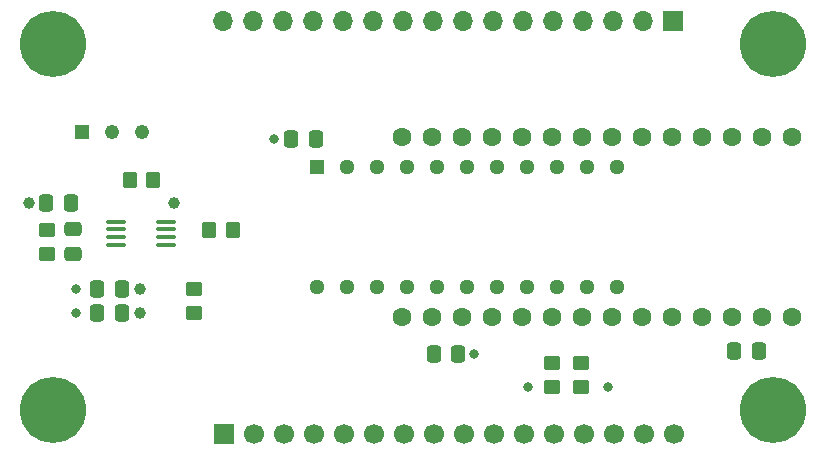
<source format=gbr>
%TF.GenerationSoftware,KiCad,Pcbnew,9.0.4-9.0.4-0~ubuntu24.04.1*%
%TF.CreationDate,2025-09-07T14:44:52-04:00*%
%TF.ProjectId,TCD1304Rev2,54434431-3330-4345-9265-76322e6b6963,rev?*%
%TF.SameCoordinates,PX7270e00PY7270e00*%
%TF.FileFunction,Soldermask,Top*%
%TF.FilePolarity,Negative*%
%FSLAX46Y46*%
G04 Gerber Fmt 4.6, Leading zero omitted, Abs format (unit mm)*
G04 Created by KiCad (PCBNEW 9.0.4-9.0.4-0~ubuntu24.04.1) date 2025-09-07 14:44:52*
%MOMM*%
%LPD*%
G01*
G04 APERTURE LIST*
G04 Aperture macros list*
%AMRoundRect*
0 Rectangle with rounded corners*
0 $1 Rounding radius*
0 $2 $3 $4 $5 $6 $7 $8 $9 X,Y pos of 4 corners*
0 Add a 4 corners polygon primitive as box body*
4,1,4,$2,$3,$4,$5,$6,$7,$8,$9,$2,$3,0*
0 Add four circle primitives for the rounded corners*
1,1,$1+$1,$2,$3*
1,1,$1+$1,$4,$5*
1,1,$1+$1,$6,$7*
1,1,$1+$1,$8,$9*
0 Add four rect primitives between the rounded corners*
20,1,$1+$1,$2,$3,$4,$5,0*
20,1,$1+$1,$4,$5,$6,$7,0*
20,1,$1+$1,$6,$7,$8,$9,0*
20,1,$1+$1,$8,$9,$2,$3,0*%
G04 Aperture macros list end*
%ADD10C,1.700000*%
%ADD11R,1.700000X1.700000*%
%ADD12O,1.700000X1.700000*%
%ADD13RoundRect,0.250000X-0.450000X0.350000X-0.450000X-0.350000X0.450000X-0.350000X0.450000X0.350000X0*%
%ADD14C,1.290000*%
%ADD15R,1.290000X1.290000*%
%ADD16RoundRect,0.250000X-0.337500X-0.475000X0.337500X-0.475000X0.337500X0.475000X-0.337500X0.475000X0*%
%ADD17RoundRect,0.250000X0.337500X0.475000X-0.337500X0.475000X-0.337500X-0.475000X0.337500X-0.475000X0*%
%ADD18RoundRect,0.250000X0.450000X-0.350000X0.450000X0.350000X-0.450000X0.350000X-0.450000X-0.350000X0*%
%ADD19RoundRect,0.250000X0.475000X-0.337500X0.475000X0.337500X-0.475000X0.337500X-0.475000X-0.337500X0*%
%ADD20RoundRect,0.100000X0.712500X0.100000X-0.712500X0.100000X-0.712500X-0.100000X0.712500X-0.100000X0*%
%ADD21RoundRect,0.250000X0.350000X0.450000X-0.350000X0.450000X-0.350000X-0.450000X0.350000X-0.450000X0*%
%ADD22R,1.218000X1.218000*%
%ADD23C,1.218000*%
%ADD24C,1.600000*%
%ADD25C,5.600000*%
%ADD26C,0.800000*%
%ADD27C,1.000000*%
G04 APERTURE END LIST*
D10*
%TO.C,J3*%
X57070000Y2500000D03*
X54530000Y2500000D03*
X51990000Y2500000D03*
X49450000Y2500000D03*
X46910000Y2500000D03*
X44370000Y2500000D03*
X41830000Y2500000D03*
X39290000Y2500000D03*
X36750000Y2500000D03*
X34210000Y2500000D03*
X31670000Y2500000D03*
X29130000Y2500000D03*
X26590000Y2500000D03*
X24050000Y2500000D03*
X21510000Y2500000D03*
D11*
X18970000Y2500000D03*
%TD*%
D12*
%TO.C,J2*%
X18950000Y37500000D03*
X21490000Y37500000D03*
X24030000Y37500000D03*
X26570000Y37500000D03*
X29110000Y37500000D03*
X31650000Y37500000D03*
X34190000Y37500000D03*
X36730000Y37500000D03*
X39270000Y37500000D03*
X41810000Y37500000D03*
X44350000Y37500000D03*
X46890000Y37500000D03*
X49430000Y37500000D03*
X51970000Y37500000D03*
X54510000Y37500000D03*
D11*
X57050000Y37500000D03*
%TD*%
D13*
%TO.C,R6*%
X46750000Y8500000D03*
X46750000Y6500000D03*
%TD*%
%TO.C,R5*%
X49250000Y8500000D03*
X49250000Y6500000D03*
%TD*%
D14*
%TO.C,U1*%
X26870000Y14920000D03*
X29410000Y14920000D03*
X31950000Y14920000D03*
X34490000Y14920000D03*
X37030000Y14920000D03*
X39570000Y14920000D03*
X42110000Y14920000D03*
X44650000Y14920000D03*
X47190000Y14920000D03*
X49730000Y14920000D03*
X52270000Y14920000D03*
X52270000Y25080000D03*
X49730000Y25080000D03*
X47190000Y25080000D03*
X44650000Y25080000D03*
X42110000Y25080000D03*
X39570000Y25080000D03*
X37030000Y25080000D03*
X34490000Y25080000D03*
X31950000Y25080000D03*
X29410000Y25080000D03*
D15*
X26870000Y25080000D03*
%TD*%
D16*
%TO.C,C1*%
X64287500Y9500000D03*
X62212500Y9500000D03*
%TD*%
D17*
%TO.C,C6*%
X24712500Y27500000D03*
X26787500Y27500000D03*
%TD*%
D18*
%TO.C,R3*%
X4000000Y17750000D03*
X4000000Y19750000D03*
%TD*%
D17*
%TO.C,C2*%
X6037500Y22100000D03*
X3962500Y22100000D03*
%TD*%
D19*
%TO.C,C5*%
X6250000Y19825000D03*
X6250000Y17750000D03*
%TD*%
D20*
%TO.C,U2*%
X9887500Y18525000D03*
X9887500Y19175000D03*
X9887500Y19825000D03*
X9887500Y20475000D03*
X14112500Y20475000D03*
X14112500Y19825000D03*
X14112500Y19175000D03*
X14112500Y18525000D03*
%TD*%
D13*
%TO.C,R4*%
X16500000Y12750000D03*
X16500000Y14750000D03*
%TD*%
D21*
%TO.C,R2*%
X11000000Y24000000D03*
X13000000Y24000000D03*
%TD*%
D16*
%TO.C,C3*%
X10325000Y12750000D03*
X8250000Y12750000D03*
%TD*%
D21*
%TO.C,R1*%
X17750000Y19750000D03*
X19750000Y19750000D03*
%TD*%
D16*
%TO.C,C4*%
X10325000Y14750000D03*
X8250000Y14750000D03*
%TD*%
%TO.C,C7*%
X36750000Y9250000D03*
X38825000Y9250000D03*
%TD*%
D22*
%TO.C,RV1*%
X6960000Y28100000D03*
D23*
X9500000Y28100000D03*
X12040000Y28100000D03*
%TD*%
D24*
%TO.C,U3*%
X67080000Y27620000D03*
X64540000Y27620000D03*
X62000000Y27620000D03*
X59460000Y27620000D03*
X56920000Y27620000D03*
X54380000Y27620000D03*
X51840000Y27620000D03*
X49300000Y27620000D03*
X46760000Y27620000D03*
X44220000Y27620000D03*
X41680000Y27620000D03*
X39140000Y27620000D03*
X36600000Y27620000D03*
X34060000Y27620000D03*
X34060000Y12380000D03*
X36600000Y12380000D03*
X39140000Y12380000D03*
X41680000Y12380000D03*
X44220000Y12380000D03*
X46760000Y12380000D03*
X49300000Y12380000D03*
X51840000Y12380000D03*
X54380000Y12380000D03*
X56920000Y12380000D03*
X59460000Y12380000D03*
X62000000Y12380000D03*
X64540000Y12380000D03*
X67080000Y12380000D03*
%TD*%
D25*
%TO.C,REF\u002A\u002A*%
X65500000Y4500000D03*
%TD*%
%TO.C,REF\u002A\u002A*%
X65500000Y35500000D03*
%TD*%
%TO.C,REF\u002A\u002A*%
X4500000Y35500000D03*
%TD*%
%TO.C,REF\u002A\u002A*%
X4500000Y4500000D03*
%TD*%
D26*
X6500000Y12750000D03*
X6500000Y14750000D03*
X44750000Y6500000D03*
X51500000Y6500000D03*
X23250000Y27500000D03*
D27*
X2500000Y22100000D03*
X11875000Y12750000D03*
X14800000Y22100000D03*
X11875000Y14750000D03*
D26*
X40157500Y9250000D03*
M02*

</source>
